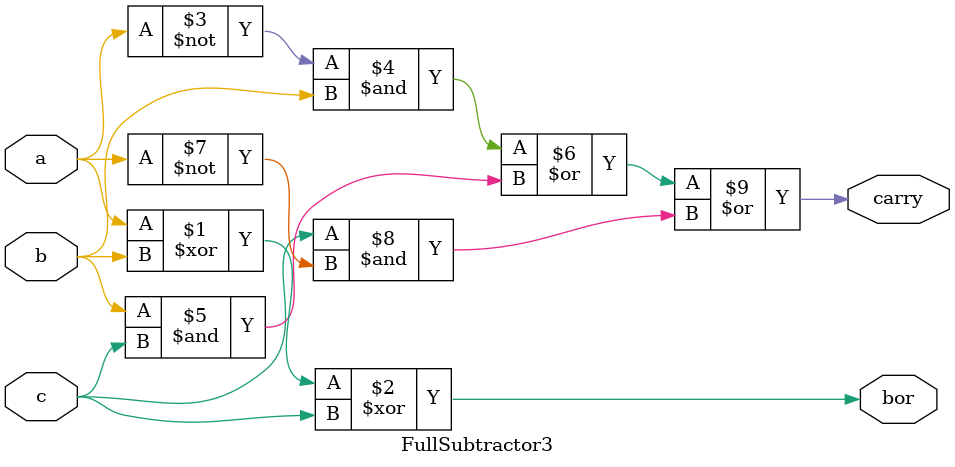
<source format=v>

module FullSubtractor3(
	input a,b,c,
	output bor,carry
	);

   assign bor=a^b^c;
   assign carry=((~a)&b)|(b&c)|(c&(~a));
   
endmodule

</source>
